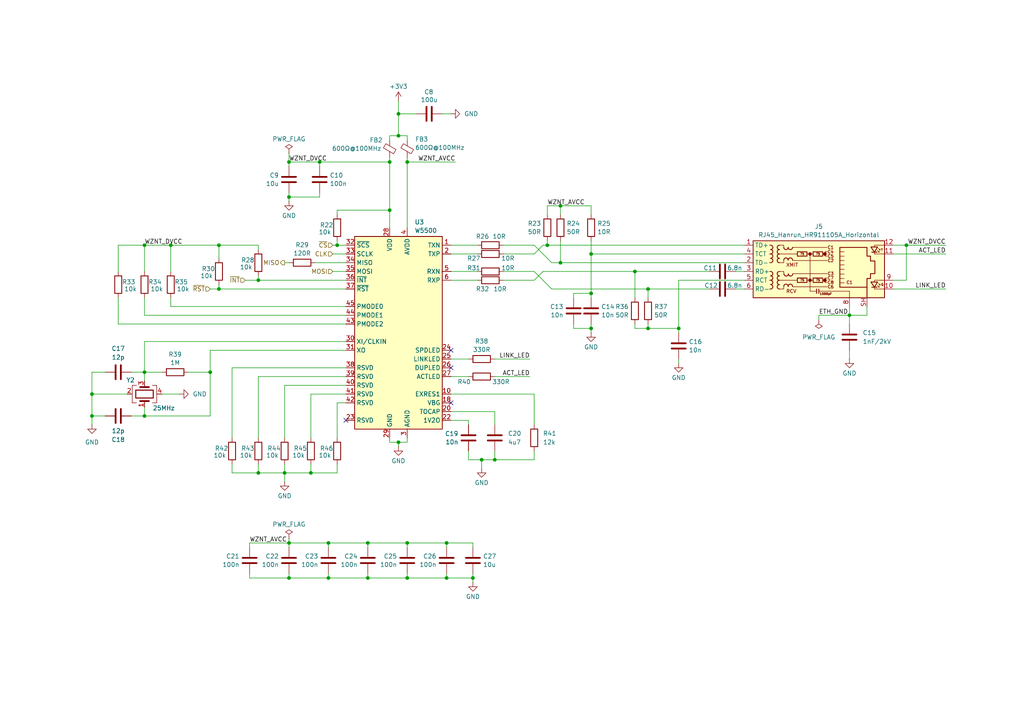
<source format=kicad_sch>
(kicad_sch (version 20250114) (generator "eeschema") (generator_version "9.0")
  (paper "A4")
  (title_block (title "NPR - Ethernet") (date "2025-06-13") (rev "B") (company "µArt.cz") (comment 1 "Vlastimil Slinták (OK5VAS)"))
  (lib_symbols
    (symbol "Connector:RJ45_Hanrun_HR911105A_Horizontal"
      (property "Reference" "J" (at 18.415 10.16 0))
      (property "Value" "RJ45_Hanrun_HR911105A_Horizontal" (at -19.05 10.16 0))
      (symbol "RJ45_Hanrun_HR911105A_Horizontal_0_0"
        (circle (center -1.27 5.08) (radius 0.0001) (stroke (width 0.508)))
        (polyline (pts (xy -1.27 5.08) (xy -1.27 -5.715)))
        (circle (center -1.27 -2.54) (radius 0.0001) (stroke (width 0.508)))
        (polyline (pts (xy 0.635 -5.08) (xy 0.635 -6.35)) (stroke (width 0.254)))
        (polyline (pts (xy 1.27 -5.08) (xy 1.27 -6.35)) (stroke (width 0.254)))
        (polyline (pts (xy 3.048 5.08) (xy 2.54 5.08)))
        (circle (center 3.048 5.08) (radius 0.0001) (stroke (width 0.508)))
        (polyline (pts (xy 3.048 -2.54) (xy 2.54 -2.54)))
        (circle (center 3.048 -2.54) (radius 0.0001) (stroke (width 0.508)))
        (polyline (pts (xy 3.683 5.715) (xy 3.048 5.715) (xy 3.048 4.445) (xy 3.683 4.445)))
        (polyline (pts (xy 3.683 -1.905) (xy 3.048 -1.905) (xy 3.048 -3.175) (xy 3.683 -3.175)))
        (polyline (pts (xy 17.399 7.112) (xy 17.399 7.62) (xy 20.32 7.62)))
        (polyline (pts (xy 17.399 -3.048) (xy 17.399 -2.54) (xy 20.32 -2.54)))
        (polyline (pts (xy 20.32 5.08) (xy 17.399 5.08) (xy 17.399 5.588)))
        (polyline (pts (xy 20.32 -5.08) (xy 17.399 -5.08) (xy 17.399 -4.572)))
        (text "XMIT" (at -8.255 1.905 0) (effects (font (size 1.016 1.016)) (justify left)))
        (text "RCV" (at -8.255 -5.715 0) (effects (font (size 1.016 1.016)) (justify left)))
        (text "C1" (at 4.699 6.985 0) (effects (font (size 0.889 0.889))))
        (text "C4" (at 4.699 5.715 0) (effects (font (size 0.889 0.889))))
        (text "C5" (at 4.699 4.445 0) (effects (font (size 0.889 0.889))))
        (text "C2" (at 4.699 3.175 0) (effects (font (size 0.889 0.889))))
        (text "C3" (at 4.699 -0.635 0) (effects (font (size 0.889 0.889))))
        (text "C7" (at 4.699 -1.905 0) (effects (font (size 0.889 0.889))))
        (text "C8" (at 4.699 -3.175 0) (effects (font (size 0.889 0.889))))
        (text "C6" (at 4.699 -4.445 0) (effects (font (size 0.889 0.889))))
        (text "C1" (at 10.16 -3.175 0) (effects (font (size 0.889 0.889))))
      )
      (symbol "RJ45_Hanrun_HR911105A_Horizontal_0_1"
        (rectangle (start -17.78 8.89) (end 20.32 -7.62) (stroke (width 0.254)) (fill (type background)))
        (polyline (pts (xy -12.7 7.62) (xy -13.081 7.62)))
        (polyline (pts (xy -12.7 5.08) (xy -13.081 5.08)))
        (polyline (pts (xy -12.7 2.54) (xy -13.081 2.54)))
        (polyline (pts (xy -12.7 0) (xy -13.081 0)))
        (polyline (pts (xy -12.7 -2.54) (xy -13.081 -2.54)))
        (polyline (pts (xy -12.7 -5.08) (xy -13.081 -5.08)))
        (polyline (pts (xy -10.16 7.62) (xy -8.89 7.62) (xy -8.89 6.985)))
        (polyline (pts (xy -10.16 0) (xy -8.89 0) (xy -8.89 -0.635)))
        (polyline (pts (xy -8.89 3.175) (xy -8.89 2.54) (xy -10.16 2.54)))
        (polyline (pts (xy -8.89 -4.445) (xy -8.89 -5.08) (xy -10.16 -5.08)))
        (polyline (pts (xy -6.35 6.985) (xy 3.683 6.985)))
        (polyline (pts (xy -6.35 3.175) (xy 3.683 3.175)))
        (polyline (pts (xy -6.35 -4.445) (xy 3.683 -4.445)))
        (polyline (pts (xy -6.223 -0.635) (xy 3.683 -0.635)))
        (polyline (pts (xy -5.08 -2.54) (xy -10.16 -2.54)))
        (polyline (pts (xy -4.953 5.08) (xy -10.16 5.08)))
        (polyline (pts (xy -2.159 5.08) (xy -0.381 5.08)))
        (polyline (pts (xy -2.159 -2.54) (xy -0.381 -2.54)))
        (polyline (pts (xy 0.635 -5.715) (xy -1.27 -5.715)))
        (polyline (pts (xy 7.366 3.175) (xy 8.636 3.175)))
        (polyline (pts (xy 7.366 1.905) (xy 8.636 1.905)))
        (polyline (pts (xy 7.366 0.635) (xy 8.636 0.635)))
        (polyline (pts (xy 7.366 -0.762) (xy 8.636 -0.762)))
        (polyline (pts (xy 7.366 -2.032) (xy 8.636 -2.032)))
        (polyline (pts (xy 8.636 5.715) (xy 7.366 5.715)))
        (polyline (pts (xy 8.636 4.445) (xy 7.366 4.445)))
        (polyline (pts (xy 8.636 -3.302) (xy 7.366 -3.302)))
        (polyline (pts (xy 10.16 -5.715) (xy 1.27 -5.715)))
        (polyline (pts (xy 10.16 -5.715) (xy 10.16 -7.62)))
      )
      (symbol "RJ45_Hanrun_HR911105A_Horizontal_1_0"
        (text "1000pF" (at 3.302 -6.477 0) (effects (font (size 0.635 0.635))))
      )
      (symbol "RJ45_Hanrun_HR911105A_Horizontal_1_1"
        (arc (start -12.7 0) (mid -12.0677 -0.635) (end -12.7 -1.27) (stroke (width 0.254)))
        (arc (start -12.6973 7.62) (mid -12.065 6.985) (end -12.6973 6.35) (stroke (width 0.254)))
        (arc (start -12.6973 -1.27) (mid -12.065 -1.905) (end -12.6973 -2.54) (stroke (width 0.254)))
        (arc (start -12.6973 -2.54) (mid -12.065 -3.175) (end -12.6973 -3.81) (stroke (width 0.254)))
        (arc (start -12.6973 -3.81) (mid -12.065 -4.445) (end -12.6973 -5.08) (stroke (width 0.254)))
        (arc (start -12.6946 6.35) (mid -12.0623 5.715) (end -12.6946 5.08) (stroke (width 0.254)))
        (arc (start -12.6946 5.08) (mid -12.0623 4.445) (end -12.6946 3.81) (stroke (width 0.254)))
        (arc (start -12.6946 3.81) (mid -12.0623 3.175) (end -12.6946 2.54) (stroke (width 0.254)))
        (arc (start -10.1654 6.35) (mid -10.7977 6.985) (end -10.1654 7.62) (stroke (width 0.254)))
        (arc (start -10.1654 5.08) (mid -10.7977 5.715) (end -10.1654 6.35) (stroke (width 0.254)))
        (arc (start -10.1654 3.81) (mid -10.7977 4.445) (end -10.1654 5.08) (stroke (width 0.254)))
        (arc (start -10.1654 -1.27) (mid -10.7977 -0.635) (end -10.1654 0) (stroke (width 0.254)))
        (arc (start -10.1654 -2.54) (mid -10.7977 -1.905) (end -10.1654 -1.27) (stroke (width 0.254)))
        (arc (start -10.1654 -3.81) (mid -10.7977 -3.175) (end -10.1654 -2.54) (stroke (width 0.254)))
        (arc (start -10.1627 2.54) (mid -10.795 3.175) (end -10.1627 3.81) (stroke (width 0.254)))
        (arc (start -10.1627 -5.08) (mid -10.795 -4.445) (end -10.1627 -3.81) (stroke (width 0.254)))
        (arc (start -7.62 6.9823) (mid -8.255 6.35) (end -8.89 6.9823) (stroke (width 0.254)))
        (arc (start -8.89 3.3047) (mid -8.255 3.937) (end -7.62 3.3047) (stroke (width 0.254)))
        (arc (start -8.89 -4.3153) (mid -8.255 -3.683) (end -7.62 -4.3153) (stroke (width 0.254)))
        (arc (start -7.5565 -0.7012) (mid -8.1915 -1.3335) (end -8.8265 -0.7012) (stroke (width 0.254)))
        (arc (start -6.35 6.985) (mid -6.985 6.3527) (end -7.62 6.985) (stroke (width 0.254)))
        (arc (start -7.62 3.3074) (mid -6.985 3.9397) (end -6.35 3.3074) (stroke (width 0.254)))
        (arc (start -7.62 -4.3126) (mid -6.985 -3.6803) (end -6.35 -4.3126) (stroke (width 0.254)))
        (arc (start -6.2865 -0.6985) (mid -6.9215 -1.3308) (end -7.5565 -0.6985) (stroke (width 0.254)))
        (rectangle (start -4.953 5.715) (end -2.159 4.445) (stroke (width 0.254)))
        (rectangle (start -4.953 -1.905) (end -2.159 -3.175) (stroke (width 0.254)))
        (rectangle (start -0.381 5.715) (end 2.413 4.445) (stroke (width 0.254)))
        (rectangle (start -0.381 -1.905) (end 2.413 -3.175) (stroke (width 0.254)))
        (polyline (pts (xy 7.366 -4.572) (xy 7.366 6.985) (xy 15.24 6.985) (xy 15.24 4.445) (xy 16.256 4.445) (xy 16.256 3.048) (xy 17.526 3.048) (xy 17.526 -0.635) (xy 16.256 -0.635) (xy 16.256 -2.032) (xy 15.24 -2.032) (xy 15.24 -4.572) (xy 7.366 -4.572)) (stroke (width 0.254)))
        (polyline (pts (xy 15.24 -7.62) (xy 15.24 -4.572)) (stroke (width 0.254)))
        (polyline (pts (xy 18.161 5.588) (xy 16.637 5.588)) (stroke (width 0.254)))
        (polyline (pts (xy 18.161 -4.572) (xy 16.637 -4.572)) (stroke (width 0.254)))
        (polyline (pts (xy 18.288 7.112) (xy 16.383 7.112) (xy 17.399 5.588) (xy 18.288 7.112)) (stroke (width 0.254)))
        (polyline (pts (xy 18.288 6.096) (xy 18.796 5.588) (xy 18.542 5.588)))
        (polyline (pts (xy 18.288 -3.048) (xy 16.383 -3.048) (xy 17.399 -4.572) (xy 18.288 -3.048)) (stroke (width 0.254)))
        (polyline (pts (xy 18.288 -4.064) (xy 18.796 -4.572) (xy 18.542 -4.572)))
        (polyline (pts (xy 18.542 6.731) (xy 19.05 6.223) (xy 18.796 6.223)))
        (polyline (pts (xy 18.542 -3.429) (xy 19.05 -3.937) (xy 18.796 -3.937)))
        (polyline (pts (xy 18.796 5.588) (xy 18.796 5.842)))
        (polyline (pts (xy 18.796 -4.572) (xy 18.796 -4.318)))
        (polyline (pts (xy 19.05 6.223) (xy 19.05 6.477)))
        (polyline (pts (xy 19.05 -3.937) (xy 19.05 -3.683)))
        (text "75" (at -3.556 5.08 0) (effects (font (size 0.635 0.635))))
        (text "75" (at -3.556 -2.54 0) (effects (font (size 0.635 0.635))))
        (text "75" (at 1.016 5.08 0) (effects (font (size 0.635 0.635))))
        (text "75" (at 1.016 -2.54 0) (effects (font (size 0.635 0.635))))
        (text "Y" (at 19.558 6.35 0) (effects (font (size 0.635 0.635))))
        (text "G" (at 19.685 -3.81 0) (effects (font (size 0.635 0.635))))
        (pin passive line (at -20.32 7.62 0) (length 2.54) (name "TD+") (number "1"))
        (pin passive line (at -20.32 5.08 0) (length 2.54) (name "TCT") (number "4"))
        (pin passive line (at -20.32 2.54 0) (length 2.54) (name "TD-") (number "2"))
        (pin passive line (at -20.32 0 0) (length 2.54) (name "RD+") (number "3"))
        (pin passive line (at -20.32 -2.54 0) (length 2.54) (name "RCT") (number "5"))
        (pin passive line (at -20.32 -5.08 0) (length 2.54) (name "RD-") (number "6"))
        (pin power_in line (at 10.16 -10.16 90) (length 2.54) (name "") (number "8"))
        (pin passive line (at 15.24 -10.16 90) (length 2.54) (name "") (number "SH"))
        (pin no_connect line (at 20.32 0 0) (length 0) (hide yes) (name "NC") (number "7"))
        (pin passive line (at 22.86 7.62 180) (length 2.54) (name "") (number "12"))
        (pin passive line (at 22.86 5.08 180) (length 2.54) (name "") (number "11"))
        (pin passive line (at 22.86 -2.54 180) (length 2.54) (name "") (number "9"))
        (pin passive line (at 22.86 -5.08 180) (length 2.54) (name "") (number "10"))
      )
    )
    (symbol "Device:C" (pin_numbers (hide yes)) (pin_names (offset 0.254))
      (property "Reference" "C" (at 0.635 2.54 0))
      (property "Value" "C" (at 0.635 -2.54 0))
      (symbol "C_0_1"
        (polyline (pts (xy -2.032 0.762) (xy 2.032 0.762)) (stroke (width 0.508)))
        (polyline (pts (xy -2.032 -0.762) (xy 2.032 -0.762)) (stroke (width 0.508)))
      )
      (symbol "C_1_1"
        (pin passive line (at 0 3.81 270) (length 2.794) (name "~") (number "1"))
        (pin passive line (at 0 -3.81 90) (length 2.794) (name "~") (number "2"))
      )
    )
    (symbol "Device:Crystal_GND24" (pin_names (offset 1.016) (hide yes))
      (property "Reference" "Y" (at 3.175 5.08 0))
      (property "Value" "Crystal_GND24" (at 3.175 3.175 0))
      (symbol "Crystal_GND24_0_1"
        (polyline (pts (xy -2.54 2.286) (xy -2.54 3.556) (xy 2.54 3.556) (xy 2.54 2.286)))
        (polyline (pts (xy -2.54 0) (xy -2.032 0)))
        (polyline (pts (xy -2.54 -2.286) (xy -2.54 -3.556) (xy 2.54 -3.556) (xy 2.54 -2.286)))
        (polyline (pts (xy -2.032 -1.27) (xy -2.032 1.27)) (stroke (width 0.508)))
        (rectangle (start -1.143 2.54) (end 1.143 -2.54) (stroke (width 0.3048)))
        (polyline (pts (xy 0 3.556) (xy 0 3.81)))
        (polyline (pts (xy 0 -3.81) (xy 0 -3.556)))
        (polyline (pts (xy 2.032 0) (xy 2.54 0)))
        (polyline (pts (xy 2.032 -1.27) (xy 2.032 1.27)) (stroke (width 0.508)))
      )
      (symbol "Crystal_GND24_1_1"
        (pin passive line (at -3.81 0 0) (length 1.27) (name "1") (number "1"))
        (pin passive line (at 0 5.08 270) (length 1.27) (name "2") (number "2"))
        (pin passive line (at 0 -5.08 90) (length 1.27) (name "4") (number "4"))
        (pin passive line (at 3.81 0 180) (length 1.27) (name "3") (number "3"))
      )
    )
    (symbol "Device:FerriteBead_Small" (pin_numbers (hide yes)) (pin_names (offset 0))
      (property "Reference" "FB" (at 1.905 1.27 0))
      (property "Value" "FerriteBead_Small" (at 1.905 -1.27 0))
      (symbol "FerriteBead_Small_0_1"
        (polyline (pts (xy -1.8288 0.2794) (xy -1.1176 1.4986) (xy 1.8288 -0.2032) (xy 1.1176 -1.4224) (xy -1.8288 0.2794)))
        (polyline (pts (xy 0 0.889) (xy 0 1.2954)))
        (polyline (pts (xy 0 -1.27) (xy 0 -0.7874)))
      )
      (symbol "FerriteBead_Small_1_1"
        (pin passive line (at 0 2.54 270) (length 1.27) (name "~") (number "1"))
        (pin passive line (at 0 -2.54 90) (length 1.27) (name "~") (number "2"))
      )
    )
    (symbol "Device:R" (pin_numbers (hide yes)) (pin_names (offset 0))
      (property "Reference" "R" (at 2.032 0 90))
      (property "Value" "R" (at 0 0 90))
      (symbol "R_0_1"
        (rectangle (start -1.016 -2.54) (end 1.016 2.54) (stroke (width 0.254)))
      )
      (symbol "R_1_1"
        (pin passive line (at 0 3.81 270) (length 1.27) (name "~") (number "1"))
        (pin passive line (at 0 -3.81 90) (length 1.27) (name "~") (number "2"))
      )
    )
    (symbol "Interface_Ethernet:W5500"
      (property "Reference" "U" (at -11.43 29.21 0))
      (property "Value" "W5500" (at 8.89 29.21 0))
      (symbol "W5500_0_1"
        (rectangle (start -12.7 27.94) (end 12.7 -27.94) (stroke (width 0.254)) (fill (type background)))
      )
      (symbol "W5500_1_1"
        (pin input line (at -15.24 25.4 0) (length 2.54) (name "~{SCS}") (number "32"))
        (pin input line (at -15.24 22.86 0) (length 2.54) (name "SCLK") (number "33"))
        (pin output line (at -15.24 20.32 0) (length 2.54) (name "MISO") (number "34"))
        (pin input line (at -15.24 17.78 0) (length 2.54) (name "MOSI") (number "35"))
        (pin input line (at -15.24 15.24 0) (length 2.54) (name "~{INT}") (number "36"))
        (pin input line (at -15.24 12.7 0) (length 2.54) (name "~{RST}") (number "37"))
        (pin input line (at -15.24 7.62 0) (length 2.54) (name "PMODE0") (number "45"))
        (pin input line (at -15.24 5.08 0) (length 2.54) (name "PMODE1") (number "44"))
        (pin input line (at -15.24 2.54 0) (length 2.54) (name "PMODE2") (number "43"))
        (pin input line (at -15.24 -2.54 0) (length 2.54) (name "XI/CLKIN") (number "30"))
        (pin output line (at -15.24 -5.08 0) (length 2.54) (name "XO") (number "31"))
        (pin input line (at -15.24 -10.16 0) (length 2.54) (name "RSVD") (number "38"))
        (pin input line (at -15.24 -12.7 0) (length 2.54) (name "RSVD") (number "39"))
        (pin input line (at -15.24 -15.24 0) (length 2.54) (name "RSVD") (number "40"))
        (pin input line (at -15.24 -17.78 0) (length 2.54) (name "RSVD") (number "41"))
        (pin input line (at -15.24 -20.32 0) (length 2.54) (name "RSVD") (number "42"))
        (pin input line (at -15.24 -25.4 0) (length 2.54) (name "RSVD") (number "23"))
        (pin power_in line (at -2.54 30.48 270) (length 2.54) (name "VDD") (number "28"))
        (pin power_in line (at -2.54 -30.48 90) (length 2.54) (name "GND") (number "29"))
        (pin passive line (at 2.54 30.48 270) (length 2.54) (hide yes) (name "AVDD") (number "11"))
        (pin passive line (at 2.54 30.48 270) (length 2.54) (hide yes) (name "AVDD") (number "15"))
        (pin passive line (at 2.54 30.48 270) (length 2.54) (hide yes) (name "AVDD") (number "17"))
        (pin passive line (at 2.54 30.48 270) (length 2.54) (hide yes) (name "AVDD") (number "21"))
        (pin power_in line (at 2.54 30.48 270) (length 2.54) (name "AVDD") (number "4"))
        (pin passive line (at 2.54 30.48 270) (length 2.54) (hide yes) (name "AVDD") (number "8"))
        (pin passive line (at 2.54 -30.48 90) (length 2.54) (hide yes) (name "AGND") (number "14"))
        (pin passive line (at 2.54 -30.48 90) (length 2.54) (hide yes) (name "AGND") (number "16"))
        (pin passive line (at 2.54 -30.48 90) (length 2.54) (hide yes) (name "AGND") (number "19"))
        (pin power_in line (at 2.54 -30.48 90) (length 2.54) (name "AGND") (number "3"))
        (pin passive line (at 2.54 -30.48 90) (length 2.54) (hide yes) (name "AGND") (number "48"))
        (pin passive line (at 2.54 -30.48 90) (length 2.54) (hide yes) (name "AGND") (number "9"))
        (pin no_connect line (at 12.7 10.16 180) (length 2.54) (hide yes) (name "DNC") (number "7"))
        (pin no_connect line (at 12.7 7.62 180) (length 2.54) (hide yes) (name "NC") (number "12"))
        (pin no_connect line (at 12.7 5.08 180) (length 2.54) (hide yes) (name "NC") (number "13"))
        (pin no_connect line (at 12.7 2.54 180) (length 2.54) (hide yes) (name "NC") (number "46"))
        (pin no_connect line (at 12.7 0 180) (length 2.54) (hide yes) (name "NC") (number "47"))
        (pin output line (at 15.24 25.4 180) (length 2.54) (name "TXN") (number "1"))
        (pin output line (at 15.24 22.86 180) (length 2.54) (name "TXP") (number "2"))
        (pin input line (at 15.24 17.78 180) (length 2.54) (name "RXN") (number "5"))
        (pin input line (at 15.24 15.24 180) (length 2.54) (name "RXP") (number "6"))
        (pin output line (at 15.24 -5.08 180) (length 2.54) (name "SPDLED") (number "24"))
        (pin output line (at 15.24 -7.62 180) (length 2.54) (name "LINKLED") (number "25"))
        (pin output line (at 15.24 -10.16 180) (length 2.54) (name "DUPLED") (number "26"))
        (pin output line (at 15.24 -12.7 180) (length 2.54) (name "ACTLED") (number "27"))
        (pin passive line (at 15.24 -17.78 180) (length 2.54) (name "EXRES1") (number "10"))
        (pin passive line (at 15.24 -20.32 180) (length 2.54) (name "VBG") (number "18"))
        (pin passive line (at 15.24 -22.86 180) (length 2.54) (name "TOCAP") (number "20"))
        (pin output line (at 15.24 -25.4 180) (length 2.54) (name "1V2O") (number "22"))
      )
    )
    (symbol "power:+3V3" (power) (pin_numbers (hide yes)) (pin_names (offset 0) (hide yes))
      (property "Value" "+3V3" (at 0 3.556 0))
      (symbol "+3V3_0_1"
        (polyline (pts (xy -0.762 1.27) (xy 0 2.54)))
        (polyline (pts (xy 0 2.54) (xy 0.762 1.27)))
        (polyline (pts (xy 0 0) (xy 0 2.54)))
      )
      (symbol "+3V3_1_1"
        (pin power_in line (at 0 0 90) (length 0) (name "~") (number "1"))
      )
    )
    (symbol "power:GND" (power) (pin_numbers (hide yes)) (pin_names (offset 0) (hide yes))
      (property "Value" "GND" (at 0 -3.81 0))
      (symbol "GND_0_1"
        (polyline (pts (xy 0 0) (xy 0 -1.27) (xy 1.27 -1.27) (xy 0 -2.54) (xy -1.27 -1.27) (xy 0 -1.27)))
      )
      (symbol "GND_1_1"
        (pin power_in line (at 0 0 270) (length 0) (name "~") (number "1"))
      )
    )
    (symbol "power:PWR_FLAG" (power) (pin_numbers (hide yes)) (pin_names (offset 0) (hide yes))
      (property "Value" "PWR_FLAG" (at 0 3.81 0))
      (symbol "PWR_FLAG_0_0"
        (pin power_out line (at 0 0 90) (length 0) (name "~") (number "1"))
      )
      (symbol "PWR_FLAG_0_1"
        (polyline (pts (xy 0 0) (xy 0 1.27) (xy -1.016 1.905) (xy 0 2.54) (xy 1.016 1.905) (xy 0 1.27)))
      )
    )
  )
  (junction (at 184.15 78.74))
  (junction (at 162.56 59.69))
  (junction (at 171.45 95.25))
  (junction (at 187.96 95.25))
  (junction (at 246.38 91.44))
  (junction (at 92.71 46.99))
  (junction (at 83.82 157.48))
  (junction (at 97.79 71.12))
  (junction (at 143.51 133.35))
  (junction (at 118.11 46.99))
  (junction (at 49.53 71.12))
  (junction (at 115.57 39.37))
  (junction (at 95.25 167.64))
  (junction (at 26.67 114.3))
  (junction (at 262.89 71.12))
  (junction (at 74.93 81.28))
  (junction (at 137.16 167.64))
  (junction (at 82.55 137.16))
  (junction (at 171.45 73.66))
  (junction (at 41.91 120.65))
  (junction (at 41.91 107.95))
  (junction (at 60.96 107.95))
  (junction (at 83.82 46.99))
  (junction (at 129.54 167.64))
  (junction (at 158.75 71.12))
  (junction (at 83.82 57.15))
  (junction (at 118.11 157.48))
  (junction (at 113.03 60.96))
  (junction (at 115.57 128.27))
  (junction (at 129.54 157.48))
  (junction (at 63.5 71.12))
  (junction (at 63.5 83.82))
  (junction (at 106.68 167.64))
  (junction (at 171.45 85.09))
  (junction (at 187.96 83.82))
  (junction (at 95.25 157.48))
  (junction (at 118.11 167.64))
  (junction (at 74.93 137.16))
  (junction (at 41.91 71.12))
  (junction (at 196.85 95.25))
  (junction (at 139.7 133.35))
  (junction (at 90.17 137.16))
  (junction (at 26.67 120.65))
  (junction (at 162.56 76.2))
  (junction (at 115.57 33.02))
  (junction (at 83.82 167.64))
  (junction (at 113.03 46.99))
  (junction (at 106.68 157.48))
  (no_connect (at 130.81 116.84))
  (no_connect (at 130.81 106.68))
  (no_connect (at 130.81 101.6))
  (no_connect (at 100.33 121.92))
  (wire (pts (xy 113.03 46.99) (xy 113.03 60.96)))
  (wire (pts (xy 187.96 93.98) (xy 187.96 95.25)))
  (wire (pts (xy 71.12 81.28) (xy 74.93 81.28)))
  (wire (pts (xy 246.38 91.44) (xy 246.38 93.98)))
  (wire (pts (xy 74.93 109.22) (xy 74.93 127)))
  (wire (pts (xy 118.11 39.37) (xy 115.57 39.37)))
  (wire (pts (xy 41.91 99.06) (xy 41.91 107.95)))
  (wire (pts (xy 129.54 167.64) (xy 118.11 167.64)))
  (wire (pts (xy 90.17 134.62) (xy 90.17 137.16)))
  (wire (pts (xy 139.7 133.35) (xy 135.89 133.35)))
  (wire (pts (xy 154.94 130.81) (xy 154.94 133.35)))
  (wire (pts (xy 96.52 73.66) (xy 100.33 73.66)))
  (wire (pts (xy 187.96 86.36) (xy 187.96 83.82)))
  (wire (pts (xy 259.08 81.28) (xy 262.89 81.28)))
  (wire (pts (xy 72.39 157.48) (xy 83.82 157.48)))
  (wire (pts (xy 171.45 86.36) (xy 171.45 85.09)))
  (wire (pts (xy 154.94 133.35) (xy 143.51 133.35)))
  (wire (pts (xy 171.45 73.66) (xy 171.45 69.85)))
  (wire (pts (xy 171.45 96.52) (xy 171.45 95.25)))
  (wire (pts (xy 171.45 73.66) (xy 215.9 73.66)))
  (wire (pts (xy 41.91 71.12) (xy 41.91 78.74)))
  (wire (pts (xy 130.81 71.12) (xy 138.43 71.12)))
  (wire (pts (xy 196.85 95.25) (xy 196.85 96.52)))
  (wire (pts (xy 26.67 120.65) (xy 30.48 120.65)))
  (wire (pts (xy 49.53 71.12) (xy 49.53 78.74)))
  (wire (pts (xy 26.67 114.3) (xy 26.67 120.65)))
  (wire (pts (xy 130.81 81.28) (xy 138.43 81.28)))
  (wire (pts (xy 162.56 76.2) (xy 215.9 76.2)))
  (wire (pts (xy 97.79 137.16) (xy 97.79 134.62)))
  (wire (pts (xy 95.25 166.37) (xy 95.25 167.64)))
  (wire (pts (xy 205.74 83.82) (xy 187.96 83.82)))
  (wire (pts (xy 146.05 78.74) (xy 154.94 78.74)))
  (wire (pts (xy 115.57 39.37) (xy 115.57 33.02)))
  (wire (pts (xy 97.79 69.85) (xy 97.79 71.12)))
  (wire (pts (xy 128.27 33.02) (xy 130.81 33.02)))
  (wire (pts (xy 83.82 167.64) (xy 72.39 167.64)))
  (wire (pts (xy 100.33 109.22) (xy 74.93 109.22)))
  (wire (pts (xy 139.7 133.35) (xy 139.7 135.89)))
  (wire (pts (xy 96.52 71.12) (xy 97.79 71.12)))
  (wire (pts (xy 74.93 80.01) (xy 74.93 81.28)))
  (wire (pts (xy 160.02 83.82) (xy 187.96 83.82)))
  (wire (pts (xy 100.33 78.74) (xy 96.52 78.74)))
  (wire (pts (xy 158.75 59.69) (xy 158.75 62.23)))
  (wire (pts (xy 83.82 157.48) (xy 95.25 157.48)))
  (wire (pts (xy 143.51 119.38) (xy 143.51 123.19)))
  (wire (pts (xy 63.5 82.55) (xy 63.5 83.82)))
  (wire (pts (xy 118.11 128.27) (xy 115.57 128.27)))
  (wire (pts (xy 130.81 121.92) (xy 135.89 121.92)))
  (wire (pts (xy 246.38 88.9) (xy 246.38 91.44)))
  (wire (pts (xy 34.29 71.12) (xy 41.91 71.12)))
  (wire (pts (xy 118.11 157.48) (xy 129.54 157.48)))
  (wire (pts (xy 92.71 46.99) (xy 92.71 48.26)))
  (wire (pts (xy 135.89 104.14) (xy 130.81 104.14)))
  (wire (pts (xy 92.71 46.99) (xy 113.03 46.99)))
  (wire (pts (xy 213.36 83.82) (xy 215.9 83.82)))
  (wire (pts (xy 115.57 128.27) (xy 113.03 128.27)))
  (wire (pts (xy 67.31 137.16) (xy 74.93 137.16)))
  (wire (pts (xy 67.31 106.68) (xy 67.31 127)))
  (wire (pts (xy 160.02 76.2) (xy 162.56 76.2)))
  (wire (pts (xy 262.89 71.12) (xy 262.89 81.28)))
  (wire (pts (xy 115.57 33.02) (xy 115.57 29.21)))
  (wire (pts (xy 97.79 116.84) (xy 97.79 127)))
  (wire (pts (xy 100.33 106.68) (xy 67.31 106.68)))
  (wire (pts (xy 246.38 91.44) (xy 237.49 91.44)))
  (wire (pts (xy 49.53 88.9) (xy 49.53 86.36)))
  (wire (pts (xy 54.61 107.95) (xy 60.96 107.95)))
  (wire (pts (xy 97.79 71.12) (xy 100.33 71.12)))
  (wire (pts (xy 91.44 76.2) (xy 100.33 76.2)))
  (wire (pts (xy 196.85 105.41) (xy 196.85 104.14)))
  (wire (pts (xy 82.55 76.2) (xy 83.82 76.2)))
  (wire (pts (xy 60.96 101.6) (xy 100.33 101.6)))
  (wire (pts (xy 143.51 133.35) (xy 139.7 133.35)))
  (wire (pts (xy 196.85 81.28) (xy 215.9 81.28)))
  (wire (pts (xy 34.29 71.12) (xy 34.29 78.74)))
  (wire (pts (xy 262.89 71.12) (xy 259.08 71.12)))
  (wire (pts (xy 213.36 78.74) (xy 215.9 78.74)))
  (wire (pts (xy 60.96 83.82) (xy 63.5 83.82)))
  (wire (pts (xy 137.16 167.64) (xy 137.16 168.91)))
  (wire (pts (xy 82.55 134.62) (xy 82.55 137.16)))
  (wire (pts (xy 184.15 95.25) (xy 187.96 95.25)))
  (wire (pts (xy 74.93 81.28) (xy 100.33 81.28)))
  (wire (pts (xy 82.55 111.76) (xy 82.55 127)))
  (wire (pts (xy 92.71 55.88) (xy 92.71 57.15)))
  (wire (pts (xy 82.55 137.16) (xy 82.55 139.7)))
  (wire (pts (xy 171.45 59.69) (xy 171.45 62.23)))
  (wire (pts (xy 129.54 157.48) (xy 137.16 157.48)))
  (wire (pts (xy 97.79 60.96) (xy 113.03 60.96)))
  (wire (pts (xy 38.1 120.65) (xy 41.91 120.65)))
  (wire (pts (xy 41.91 107.95) (xy 41.91 110.49)))
  (wire (pts (xy 166.37 85.09) (xy 171.45 85.09)))
  (wire (pts (xy 129.54 166.37) (xy 129.54 167.64)))
  (wire (pts (xy 60.96 101.6) (xy 60.96 107.95)))
  (wire (pts (xy 137.16 157.48) (xy 137.16 158.75)))
  (wire (pts (xy 118.11 166.37) (xy 118.11 167.64)))
  (wire (pts (xy 106.68 166.37) (xy 106.68 167.64)))
  (wire (pts (xy 30.48 107.95) (xy 26.67 107.95)))
  (wire (pts (xy 74.93 71.12) (xy 63.5 71.12)))
  (wire (pts (xy 67.31 134.62) (xy 67.31 137.16)))
  (wire (pts (xy 100.33 114.3) (xy 90.17 114.3)))
  (wire (pts (xy 118.11 127) (xy 118.11 128.27)))
  (wire (pts (xy 72.39 167.64) (xy 72.39 166.37)))
  (wire (pts (xy 95.25 167.64) (xy 83.82 167.64)))
  (wire (pts (xy 166.37 95.25) (xy 171.45 95.25)))
  (wire (pts (xy 130.81 78.74) (xy 138.43 78.74)))
  (wire (pts (xy 262.89 71.12) (xy 274.32 71.12)))
  (wire (pts (xy 187.96 95.25) (xy 196.85 95.25)))
  (wire (pts (xy 82.55 137.16) (xy 90.17 137.16)))
  (wire (pts (xy 135.89 130.81) (xy 135.89 133.35)))
  (wire (pts (xy 83.82 157.48) (xy 83.82 158.75)))
  (wire (pts (xy 49.53 88.9) (xy 100.33 88.9)))
  (wire (pts (xy 251.46 88.9) (xy 251.46 91.44)))
  (wire (pts (xy 146.05 73.66) (xy 154.94 73.66)))
  (wire (pts (xy 41.91 91.44) (xy 41.91 86.36)))
  (wire (pts (xy 90.17 114.3) (xy 90.17 127)))
  (wire (pts (xy 41.91 91.44) (xy 100.33 91.44)))
  (wire (pts (xy 184.15 93.98) (xy 184.15 95.25)))
  (wire (pts (xy 41.91 71.12) (xy 49.53 71.12)))
  (wire (pts (xy 154.94 81.28) (xy 157.48 78.74)))
  (wire (pts (xy 74.93 137.16) (xy 82.55 137.16)))
  (wire (pts (xy 118.11 167.64) (xy 106.68 167.64)))
  (wire (pts (xy 26.67 120.65) (xy 26.67 123.19)))
  (wire (pts (xy 100.33 116.84) (xy 97.79 116.84)))
  (wire (pts (xy 171.45 85.09) (xy 171.45 73.66)))
  (wire (pts (xy 162.56 62.23) (xy 162.56 59.69)))
  (wire (pts (xy 83.82 44.45) (xy 83.82 46.99)))
  (wire (pts (xy 100.33 111.76) (xy 82.55 111.76)))
  (wire (pts (xy 74.93 134.62) (xy 74.93 137.16)))
  (wire (pts (xy 135.89 121.92) (xy 135.89 123.19)))
  (wire (pts (xy 146.05 71.12) (xy 154.94 71.12)))
  (wire (pts (xy 166.37 93.98) (xy 166.37 95.25)))
  (wire (pts (xy 205.74 78.74) (xy 184.15 78.74)))
  (wire (pts (xy 106.68 157.48) (xy 118.11 157.48)))
  (wire (pts (xy 106.68 157.48) (xy 106.68 158.75)))
  (wire (pts (xy 83.82 57.15) (xy 83.82 58.42)))
  (wire (pts (xy 158.75 71.12) (xy 215.9 71.12)))
  (wire (pts (xy 34.29 93.98) (xy 34.29 86.36)))
  (wire (pts (xy 166.37 85.09) (xy 166.37 86.36)))
  (wire (pts (xy 129.54 157.48) (xy 129.54 158.75)))
  (wire (pts (xy 143.51 109.22) (xy 153.67 109.22)))
  (wire (pts (xy 83.82 57.15) (xy 92.71 57.15)))
  (wire (pts (xy 158.75 59.69) (xy 162.56 59.69)))
  (wire (pts (xy 113.03 128.27) (xy 113.03 127)))
  (wire (pts (xy 135.89 109.22) (xy 130.81 109.22)))
  (wire (pts (xy 97.79 60.96) (xy 97.79 62.23)))
  (wire (pts (xy 130.81 119.38) (xy 143.51 119.38)))
  (wire (pts (xy 246.38 101.6) (xy 246.38 104.14)))
  (wire (pts (xy 106.68 167.64) (xy 95.25 167.64)))
  (wire (pts (xy 95.25 157.48) (xy 106.68 157.48)))
  (wire (pts (xy 83.82 55.88) (xy 83.82 57.15)))
  (wire (pts (xy 26.67 107.95) (xy 26.67 114.3)))
  (wire (pts (xy 184.15 86.36) (xy 184.15 78.74)))
  (wire (pts (xy 83.82 46.99) (xy 92.71 46.99)))
  (wire (pts (xy 74.93 72.39) (xy 74.93 71.12)))
  (wire (pts (xy 41.91 118.11) (xy 41.91 120.65)))
  (wire (pts (xy 38.1 107.95) (xy 41.91 107.95)))
  (wire (pts (xy 95.25 157.48) (xy 95.25 158.75)))
  (wire (pts (xy 171.45 95.25) (xy 171.45 93.98)))
  (wire (pts (xy 118.11 157.48) (xy 118.11 158.75)))
  (wire (pts (xy 130.81 114.3) (xy 154.94 114.3)))
  (wire (pts (xy 157.48 71.12) (xy 158.75 71.12)))
  (wire (pts (xy 49.53 71.12) (xy 63.5 71.12)))
  (wire (pts (xy 118.11 45.72) (xy 118.11 46.99)))
  (wire (pts (xy 113.03 60.96) (xy 113.03 66.04)))
  (wire (pts (xy 63.5 71.12) (xy 63.5 74.93)))
  (wire (pts (xy 60.96 107.95) (xy 60.96 120.65)))
  (wire (pts (xy 154.94 78.74) (xy 160.02 83.82)))
  (wire (pts (xy 154.94 114.3) (xy 154.94 123.19)))
  (wire (pts (xy 72.39 157.48) (xy 72.39 158.75)))
  (wire (pts (xy 41.91 99.06) (xy 100.33 99.06)))
  (wire (pts (xy 118.11 40.64) (xy 118.11 39.37)))
  (wire (pts (xy 237.49 91.44) (xy 237.49 92.71)))
  (wire (pts (xy 196.85 81.28) (xy 196.85 95.25)))
  (wire (pts (xy 41.91 107.95) (xy 46.99 107.95)))
  (wire (pts (xy 259.08 83.82) (xy 274.32 83.82)))
  (wire (pts (xy 162.56 69.85) (xy 162.56 76.2)))
  (wire (pts (xy 118.11 46.99) (xy 132.08 46.99)))
  (wire (pts (xy 154.94 71.12) (xy 160.02 76.2)))
  (wire (pts (xy 162.56 59.69) (xy 171.45 59.69)))
  (wire (pts (xy 26.67 114.3) (xy 36.83 114.3)))
  (wire (pts (xy 137.16 167.64) (xy 129.54 167.64)))
  (wire (pts (xy 143.51 104.14) (xy 153.67 104.14)))
  (wire (pts (xy 113.03 39.37) (xy 115.57 39.37)))
  (wire (pts (xy 113.03 40.64) (xy 113.03 39.37)))
  (wire (pts (xy 251.46 91.44) (xy 246.38 91.44)))
  (wire (pts (xy 115.57 33.02) (xy 120.65 33.02)))
  (wire (pts (xy 83.82 166.37) (xy 83.82 167.64)))
  (wire (pts (xy 34.29 93.98) (xy 100.33 93.98)))
  (wire (pts (xy 259.08 73.66) (xy 274.32 73.66)))
  (wire (pts (xy 146.05 81.28) (xy 154.94 81.28)))
  (wire (pts (xy 157.48 78.74) (xy 184.15 78.74)))
  (wire (pts (xy 60.96 120.65) (xy 41.91 120.65)))
  (wire (pts (xy 137.16 166.37) (xy 137.16 167.64)))
  (wire (pts (xy 83.82 46.99) (xy 83.82 48.26)))
  (wire (pts (xy 46.99 114.3) (xy 52.07 114.3)))
  (wire (pts (xy 118.11 46.99) (xy 118.11 66.04)))
  (wire (pts (xy 83.82 156.21) (xy 83.82 157.48)))
  (wire (pts (xy 158.75 69.85) (xy 158.75 71.12)))
  (wire (pts (xy 130.81 73.66) (xy 138.43 73.66)))
  (wire (pts (xy 113.03 45.72) (xy 113.03 46.99)))
  (wire (pts (xy 115.57 129.54) (xy 115.57 128.27)))
  (wire (pts (xy 90.17 137.16) (xy 97.79 137.16)))
  (wire (pts (xy 154.94 73.66) (xy 157.48 71.12)))
  (wire (pts (xy 63.5 83.82) (xy 100.33 83.82)))
  (wire (pts (xy 143.51 130.81) (xy 143.51 133.35)))
  (label "ETH_GND" (at 237.49 91.44 0))
  (label "WZNT_AVCC" (at 132.08 46.99 180))
  (label "LINK_LED" (at 274.32 83.82 180))
  (label "WZNT_AVCC" (at 72.39 157.48 0))
  (label "ACT_LED" (at 153.67 109.22 180))
  (label "WZNT_AVCC" (at 158.75 59.69 0))
  (label "LINK_LED" (at 153.67 104.14 180))
  (label "WZNT_DVCC" (at 274.32 71.12 180))
  (label "ACT_LED" (at 274.32 73.66 180))
  (label "WZNT_DVCC" (at 41.91 71.12 0))
  (label "WZNT_DVCC" (at 83.82 46.99 0))
  (hierarchical_label "MOSI" (shape input) (at 96.52 78.74 180))
  (hierarchical_label "MISO" (shape output) (at 82.55 76.2 180))
  (hierarchical_label "CLK" (shape input) (at 96.52 73.66 180))
  (hierarchical_label "~{INT}" (shape input) (at 71.12 81.28 180))
  (hierarchical_label "~{CS}" (shape input) (at 96.52 71.12 180))
  (hierarchical_label "~{RST}" (shape input) (at 60.96 83.82 180))
  (symbol (lib_id "Device:R") (at 74.93 76.2 0) (mirror x) (unit 1)
    (property "Reference" "R28" (at 71.882 75.438 0))
    (property "Value" "10k" (at 71.374 77.47 0))
    (property "Footprint" "Resistor_SMD:R_0402_1005Metric" (effects (hide yes)))
    (property "Description" "Resistor" (effects (hide yes)))
    (property "LCSC" "C25744" (effects (hide yes)))
  )
  (symbol (lib_id "Device:C") (at 72.39 162.56 0) (mirror y) (unit 1)
    (property "Reference" "C21" (at 69.469 161.3478 0) (effects (justify left)))
    (property "Value" "100n" (at 69.469 163.7721 0) (effects (justify left)))
    (property "Footprint" "Capacitor_SMD:C_0402_1005Metric" (effects (hide yes)))
    (property "Description" "Unpolarized capacitor" (effects (hide yes)))
    (property "LCSC" "C1525" (effects (hide yes)))
  )
  (symbol (lib_id "power:GND") (at 130.81 33.02 90) (mirror x) (unit 1)
    (property "Reference" "#PWR021" (effects (hide yes)))
    (property "Value" "GND" (at 134.62 33.0199 90) (effects (justify right)))
    (property "Description" "Power symbol creates a global label with name \"GND\" , ground" (effects (hide yes)))
  )
  (symbol (lib_id "Device:R") (at 187.96 90.17 0) (unit 1)
    (property "Reference" "R37" (at 189.738 88.9578 0) (effects (justify left)))
    (property "Value" "50R" (at 189.738 91.3821 0) (effects (justify left)))
    (property "Footprint" "Resistor_SMD:R_0402_1005Metric" (effects (hide yes)))
    (property "Description" "Resistor" (effects (hide yes)))
    (property "LCSC" "C227387" (effects (hide yes)))
  )
  (symbol (lib_id "Device:R") (at 87.63 76.2 270) (mirror x) (unit 1)
    (property "Reference" "R29" (at 87.63 71.0395 90))
    (property "Value" "120R" (at 87.63 73.4638 90))
    (property "Footprint" "Resistor_SMD:R_0402_1005Metric" (effects (hide yes)))
    (property "Description" "Resistor" (effects (hide yes)))
    (property "LCSC" "C25079" (effects (hide yes)))
  )
  (symbol (lib_id "Device:FerriteBead_Small") (at 113.03 43.18 0) (unit 1)
    (property "Reference" "FB2" (at 107.188 40.64 0) (effects (justify left)))
    (property "Value" "600Ω@100MHz" (at 96.266 43.0643 0) (effects (justify left)))
    (property "Footprint" "Inductor_SMD:L_0603_1608Metric" (effects (hide yes)))
    (property "Description" "Ferrite bead, small symbol" (effects (hide yes)))
    (property "LCSC" "C19330" (effects (hide yes)))
  )
  (symbol (lib_id "Device:C") (at 143.51 127 0) (unit 1)
    (property "Reference" "C20" (at 147.32 125.7299 0) (effects (justify left)))
    (property "Value" "4u7" (at 147.32 128.2699 0) (effects (justify left)))
    (property "Footprint" "Capacitor_SMD:C_0402_1005Metric" (effects (hide yes)))
    (property "Description" "Unpolarized capacitor" (effects (hide yes)))
    (property "LCSC" "C23733" (effects (hide yes)))
  )
  (symbol (lib_id "Device:C") (at 83.82 162.56 0) (mirror y) (unit 1)
    (property "Reference" "C22" (at 80.899 161.3478 0) (effects (justify left)))
    (property "Value" "100n" (at 80.899 163.7721 0) (effects (justify left)))
    (property "Footprint" "Capacitor_SMD:C_0402_1005Metric" (effects (hide yes)))
    (property "Description" "Unpolarized capacitor" (effects (hide yes)))
    (property "LCSC" "C1525" (effects (hide yes)))
  )
  (symbol (lib_id "power:GND") (at 26.67 123.19 0) (unit 1)
    (property "Reference" "#PWR027" (effects (hide yes)))
    (property "Value" "GND" (at 26.67 128.27 0))
    (property "Description" "Power symbol creates a global label with name \"GND\" , ground" (effects (hide yes)))
  )
  (symbol (lib_id "Device:C") (at 166.37 90.17 0) (mirror y) (unit 1)
    (property "Reference" "C13" (at 163.449 88.9578 0) (effects (justify left)))
    (property "Value" "10n" (at 163.449 91.3821 0) (effects (justify left)))
    (property "Footprint" "Capacitor_SMD:C_0402_1005Metric" (effects (hide yes)))
    (property "Description" "Unpolarized capacitor" (effects (hide yes)))
    (property "LCSC" "C318577" (effects (hide yes)))
  )
  (symbol (lib_id "Device:R") (at 90.17 130.81 0) (mirror x) (unit 1)
    (property "Reference" "R45" (at 87.122 130.048 0))
    (property "Value" "10k" (at 86.614 132.08 0))
    (property "Footprint" "Resistor_SMD:R_0402_1005Metric" (effects (hide yes)))
    (property "Description" "Resistor" (effects (hide yes)))
    (property "LCSC" "C25744" (effects (hide yes)))
  )
  (symbol (lib_id "power:+3V3") (at 115.57 29.21 0) (unit 1)
    (property "Reference" "#PWR020" (effects (hide yes)))
    (property "Value" "+3V3" (at 115.57 25.0769 0))
    (property "Description" "Power symbol creates a global label with name \"+3V3\"" (effects (hide yes)))
  )
  (symbol (lib_id "Device:C") (at 209.55 83.82 270) (mirror x) (unit 1)
    (property "Reference" "C12" (at 206.248 82.804 90))
    (property "Value" "6.8n" (at 213.106 82.804 90))
    (property "Footprint" "Capacitor_SMD:C_0402_1005Metric" (effects (hide yes)))
    (property "Description" "Unpolarized capacitor" (effects (hide yes)))
    (property "LCSC" "C93654" (effects (hide yes)))
  )
  (symbol (lib_id "Device:R") (at 154.94 127 0) (unit 1)
    (property "Reference" "R41" (at 157.48 125.7299 0) (effects (justify left)))
    (property "Value" "12k" (at 157.48 128.2699 0) (effects (justify left)))
    (property "Footprint" "Resistor_SMD:R_0402_1005Metric" (effects (hide yes)))
    (property "Description" "Resistor" (effects (hide yes)))
    (property "LCSC" "C25752" (effects (hide yes)))
  )
  (symbol (lib_id "Interface_Ethernet:W5500") (at 115.57 96.52 0) (unit 1)
    (property "Reference" "U3" (at 120.2533 64.4355 0) (effects (justify left)))
    (property "Value" "W5500" (at 120.2533 66.8598 0) (effects (justify left)))
    (property "Footprint" "Package_QFP:LQFP-48_7x7mm_P0.5mm" (effects (hide yes)))
    (property "Datasheet" "http://wizwiki.net/wiki/lib/exe/fetch.php/products:w5500:w5500_ds_v109e.pdf" (effects (hide yes)))
    (property "Description" "10/100Mb SPI Ethernet controller with TCP/IP stack, LQFP-48" (effects (hide yes)))
    (property "LCSC" "C32843" (effects (hide yes)))
  )
  (symbol (lib_id "power:PWR_FLAG") (at 83.82 156.21 0) (unit 1)
    (property "Reference" "#FLG04" (effects (hide yes)))
    (property "Value" "PWR_FLAG" (at 83.82 152.0769 0))
    (property "Description" "Special symbol for telling ERC where power comes from" (effects (hide yes)))
  )
  (symbol (lib_id "power:GND") (at 82.55 139.7 0) (unit 1)
    (property "Reference" "#PWR030" (effects (hide yes)))
    (property "Value" "GND" (at 82.55 143.8331 0))
    (property "Description" "Power symbol creates a global label with name \"GND\" , ground" (effects (hide yes)))
  )
  (symbol (lib_id "Device:R") (at 63.5 78.74 0) (mirror x) (unit 1)
    (property "Reference" "R30" (at 60.452 77.978 0))
    (property "Value" "10k" (at 59.944 80.01 0))
    (property "Footprint" "Resistor_SMD:R_0402_1005Metric" (effects (hide yes)))
    (property "Description" "Resistor" (effects (hide yes)))
    (property "LCSC" "C25744" (effects (hide yes)))
  )
  (symbol (lib_id "power:GND") (at 52.07 114.3 90) (unit 1)
    (property "Reference" "#PWR026" (effects (hide yes)))
    (property "Value" "GND" (at 55.88 114.2999 90) (effects (justify right)))
    (property "Description" "Power symbol creates a global label with name \"GND\" , ground" (effects (hide yes)))
  )
  (symbol (lib_id "power:GND") (at 115.57 129.54 0) (unit 1)
    (property "Reference" "#PWR028" (effects (hide yes)))
    (property "Value" "GND" (at 115.57 133.6731 0))
    (property "Description" "Power symbol creates a global label with name \"GND\" , ground" (effects (hide yes)))
  )
  (symbol (lib_id "Device:R") (at 34.29 82.55 180) (unit 1)
    (property "Reference" "R33" (at 37.338 81.788 0))
    (property "Value" "10k" (at 37.846 83.82 0))
    (property "Footprint" "Resistor_SMD:R_0402_1005Metric" (effects (hide yes)))
    (property "Description" "Resistor" (effects (hide yes)))
    (property "LCSC" "C25744" (effects (hide yes)))
  )
  (symbol (lib_id "Device:R") (at 139.7 104.14 90) (unit 1)
    (property "Reference" "R38" (at 139.7 98.9795 90))
    (property "Value" "330R" (at 139.7 101.4038 90))
    (property "Footprint" "Resistor_SMD:R_0402_1005Metric" (effects (hide yes)))
    (property "Description" "Resistor" (effects (hide yes)))
    (property "LCSC" "C12246" (effects (hide yes)))
  )
  (symbol (lib_id "power:GND") (at 83.82 58.42 0) (mirror y) (unit 1)
    (property "Reference" "#PWR022" (effects (hide yes)))
    (property "Value" "GND" (at 83.82 62.5531 0))
    (property "Description" "Power symbol creates a global label with name \"GND\" , ground" (effects (hide yes)))
  )
  (symbol (lib_id "Device:R") (at 142.24 78.74 270) (unit 1)
    (property "Reference" "R31" (at 137.414 77.724 90))
    (property "Value" "10R" (at 147.32 77.724 90))
    (property "Footprint" "Resistor_SMD:R_0402_1005Metric" (effects (hide yes)))
    (property "Description" "Resistor" (effects (hide yes)))
    (property "LCSC" "C25139" (effects (hide yes)))
  )
  (symbol (lib_id "Device:C") (at 118.11 162.56 0) (mirror y) (unit 1)
    (property "Reference" "C25" (at 115.189 161.3478 0) (effects (justify left)))
    (property "Value" "100n" (at 115.189 163.7721 0) (effects (justify left)))
    (property "Footprint" "Capacitor_SMD:C_0402_1005Metric" (effects (hide yes)))
    (property "Description" "Unpolarized capacitor" (effects (hide yes)))
    (property "LCSC" "C1525" (effects (hide yes)))
  )
  (symbol (lib_id "Device:R") (at 142.24 73.66 270) (mirror x) (unit 1)
    (property "Reference" "R27" (at 137.414 74.93 90))
    (property "Value" "10R" (at 147.32 74.93 90))
    (property "Footprint" "Resistor_SMD:R_0402_1005Metric" (effects (hide yes)))
    (property "Description" "Resistor" (effects (hide yes)))
    (property "LCSC" "C25139" (effects (hide yes)))
  )
  (symbol (lib_id "Device:R") (at 49.53 82.55 180) (unit 1)
    (property "Reference" "R35" (at 52.578 81.788 0))
    (property "Value" "10k" (at 53.086 83.82 0))
    (property "Footprint" "Resistor_SMD:R_0402_1005Metric" (effects (hide yes)))
    (property "Description" "Resistor" (effects (hide yes)))
    (property "LCSC" "C25744" (effects (hide yes)))
  )
  (symbol (lib_id "Device:R") (at 139.7 109.22 90) (mirror x) (unit 1)
    (property "Reference" "R40" (at 134.62 110.744 90))
    (property "Value" "330R" (at 145.288 110.744 90))
    (property "Footprint" "Resistor_SMD:R_0402_1005Metric" (effects (hide yes)))
    (property "Description" "Resistor" (effects (hide yes)))
    (property "LCSC" "C12246" (effects (hide yes)))
  )
  (symbol (lib_id "Device:C") (at 106.68 162.56 0) (mirror y) (unit 1)
    (property "Reference" "C24" (at 103.759 161.3478 0) (effects (justify left)))
    (property "Value" "100n" (at 103.759 163.7721 0) (effects (justify left)))
    (property "Footprint" "Capacitor_SMD:C_0402_1005Metric" (effects (hide yes)))
    (property "Description" "Unpolarized capacitor" (effects (hide yes)))
    (property "LCSC" "C1525" (effects (hide yes)))
  )
  (symbol (lib_id "Device:C") (at 34.29 107.95 270) (mirror x) (unit 1)
    (property "Reference" "C17" (at 34.29 101.092 90))
    (property "Value" "12p" (at 34.29 103.632 90))
    (property "Footprint" "Capacitor_SMD:C_0402_1005Metric" (effects (hide yes)))
    (property "Description" "Unpolarized capacitor" (effects (hide yes)))
    (property "LCSC" "C106201" (effects (hide yes)))
  )
  (symbol (lib_id "power:GND") (at 171.45 96.52 0) (unit 1)
    (property "Reference" "#PWR023" (effects (hide yes)))
    (property "Value" "GND" (at 171.45 100.6531 0))
    (property "Description" "Power symbol creates a global label with name \"GND\" , ground" (effects (hide yes)))
  )
  (symbol (lib_id "Device:R") (at 142.24 71.12 270) (unit 1)
    (property "Reference" "R26" (at 139.954 68.58 90))
    (property "Value" "10R" (at 144.78 68.58 90))
    (property "Footprint" "Resistor_SMD:R_0402_1005Metric" (effects (hide yes)))
    (property "Description" "Resistor" (effects (hide yes)))
    (property "LCSC" "C25139" (effects (hide yes)))
  )
  (symbol (lib_id "Device:C") (at 135.89 127 0) (mirror y) (unit 1)
    (property "Reference" "C19" (at 132.969 125.7878 0) (effects (justify left)))
    (property "Value" "10n" (at 132.969 128.2121 0) (effects (justify left)))
    (property "Footprint" "Capacitor_SMD:C_0402_1005Metric" (effects (hide yes)))
    (property "Description" "Unpolarized capacitor" (effects (hide yes)))
    (property "LCSC" "C318577" (effects (hide yes)))
  )
  (symbol (lib_id "Device:R") (at 158.75 66.04 0) (mirror y) (unit 1)
    (property "Reference" "R23" (at 156.972 64.8278 0) (effects (justify left)))
    (property "Value" "50R" (at 156.972 67.2521 0) (effects (justify left)))
    (property "Footprint" "Resistor_SMD:R_0402_1005Metric" (effects (hide yes)))
    (property "Description" "Resistor" (effects (hide yes)))
    (property "LCSC" "C227387" (effects (hide yes)))
  )
  (symbol (lib_id "Device:C") (at 83.82 52.07 0) (mirror y) (unit 1)
    (property "Reference" "C9" (at 80.899 50.8578 0) (effects (justify left)))
    (property "Value" "10u" (at 80.899 53.2821 0) (effects (justify left)))
    (property "Footprint" "Capacitor_SMD:C_0402_1005Metric" (effects (hide yes)))
    (property "Description" "Unpolarized capacitor" (effects (hide yes)))
    (property "LCSC" "C15525" (effects (hide yes)))
  )
  (symbol (lib_id "Device:FerriteBead_Small") (at 118.11 43.18 0) (unit 1)
    (property "Reference" "FB3" (at 120.396 40.386 0) (effects (justify left)))
    (property "Value" "600Ω@100MHz" (at 120.396 42.8103 0) (effects (justify left)))
    (property "Footprint" "Inductor_SMD:L_0603_1608Metric" (effects (hide yes)))
    (property "Description" "Ferrite bead, small symbol" (effects (hide yes)))
    (property "LCSC" "C19330" (effects (hide yes)))
  )
  (symbol (lib_id "Device:R") (at 162.56 66.04 0) (unit 1)
    (property "Reference" "R24" (at 164.338 64.8278 0) (effects (justify left)))
    (property "Value" "50R" (at 164.338 67.2521 0) (effects (justify left)))
    (property "Footprint" "Resistor_SMD:R_0402_1005Metric" (effects (hide yes)))
    (property "Description" "Resistor" (effects (hide yes)))
    (property "LCSC" "C227387" (effects (hide yes)))
  )
  (symbol (lib_id "power:PWR_FLAG") (at 237.49 92.71 180) (unit 1)
    (property "Reference" "#FLG03" (effects (hide yes)))
    (property "Value" "PWR_FLAG" (at 237.49 97.79 0))
    (property "Description" "Special symbol for telling ERC where power comes from" (effects (hide yes)))
  )
  (symbol (lib_id "Device:Crystal_GND24") (at 41.91 114.3 90) (unit 1)
    (property "Reference" "Y2" (at 37.846 110.236 90))
    (property "Value" "25MHz" (at 47.498 118.364 90))
    (property "Footprint" "Crystal:Crystal_SMD_3225-4Pin_3.2x2.5mm" (effects (hide yes)))
    (property "Description" "Four pin crystal, GND on pins 2 and 4" (effects (hide yes)))
    (property "LCSC" "C9006" (effects (hide yes)))
  )
  (symbol (lib_id "power:GND") (at 139.7 135.89 0) (unit 1)
    (property "Reference" "#PWR029" (effects (hide yes)))
    (property "Value" "GND" (at 139.7 140.0231 0))
    (property "Description" "Power symbol creates a global label with name \"GND\" , ground" (effects (hide yes)))
  )
  (symbol (lib_id "Device:C") (at 92.71 52.07 0) (unit 1)
    (property "Reference" "C10" (at 95.631 50.8578 0) (effects (justify left)))
    (property "Value" "100n" (at 95.631 53.2821 0) (effects (justify left)))
    (property "Footprint" "Capacitor_SMD:C_0402_1005Metric" (effects (hide yes)))
    (property "Description" "Unpolarized capacitor" (effects (hide yes)))
    (property "LCSC" "C1525" (effects (hide yes)))
  )
  (symbol (lib_id "Device:R") (at 171.45 66.04 0) (unit 1)
    (property "Reference" "R25" (at 173.228 64.8278 0) (effects (justify left)))
    (property "Value" "10R" (at 173.228 67.2521 0) (effects (justify left)))
    (property "Footprint" "Resistor_SMD:R_0402_1005Metric" (effects (hide yes)))
    (property "Description" "Resistor" (effects (hide yes)))
    (property "LCSC" "C25139" (effects (hide yes)))
  )
  (symbol (lib_id "Connector:RJ45_Hanrun_HR911105A_Horizontal") (at 236.22 78.74 0) (unit 1)
    (property "Reference" "J5" (at 237.49 65.7055 0))
    (property "Value" "RJ45_Hanrun_HR911105A_Horizontal" (at 237.49 68.1298 0))
    (property "Footprint" "Connector_RJ:RJ45_Hanrun_HR911105A_Horizontal" (effects (hide yes)))
    (property "Datasheet" "https://datasheet.lcsc.com/lcsc/1811141815_HANRUN-Zhongshan-HanRun-Elec-HR911105A_C12074.pdf" (effects (hide yes)))
    (property "Description" "1 Port RJ45 Magjack Connector Through Hole 10/100 Base-T, AutoMDIX" (effects (hide yes)))
    (property "LCSC" "C12074" (effects (hide yes)))
  )
  (symbol (lib_id "Device:R") (at 74.93 130.81 0) (mirror x) (unit 1)
    (property "Reference" "R43" (at 71.882 130.048 0))
    (property "Value" "10k" (at 71.374 132.08 0))
    (property "Footprint" "Resistor_SMD:R_0402_1005Metric" (effects (hide yes)))
    (property "Description" "Resistor" (effects (hide yes)))
    (property "LCSC" "C25744" (effects (hide yes)))
  )
  (symbol (lib_id "Device:R") (at 97.79 130.81 0) (mirror x) (unit 1)
    (property "Reference" "R46" (at 94.742 130.048 0))
    (property "Value" "10k" (at 94.234 132.08 0))
    (property "Footprint" "Resistor_SMD:R_0402_1005Metric" (effects (hide yes)))
    (property "Description" "Resistor" (effects (hide yes)))
    (property "LCSC" "C25744" (effects (hide yes)))
  )
  (symbol (lib_id "Device:C") (at 209.55 78.74 270) (mirror x) (unit 1)
    (property "Reference" "C11" (at 205.994 77.724 90))
    (property "Value" "6.8n" (at 213.106 77.724 90))
    (property "Footprint" "Capacitor_SMD:C_0402_1005Metric" (effects (hide yes)))
    (property "Description" "Unpolarized capacitor" (effects (hide yes)))
    (property "LCSC" "C93654" (effects (hide yes)))
  )
  (symbol (lib_id "Device:C") (at 95.25 162.56 0) (mirror y) (unit 1)
    (property "Reference" "C23" (at 92.329 161.3478 0) (effects (justify left)))
    (property "Value" "100n" (at 92.329 163.7721 0) (effects (justify left)))
    (property "Footprint" "Capacitor_SMD:C_0402_1005Metric" (effects (hide yes)))
    (property "Description" "Unpolarized capacitor" (effects (hide yes)))
    (property "LCSC" "C1525" (effects (hide yes)))
  )
  (symbol (lib_id "Device:R") (at 142.24 81.28 270) (mirror x) (unit 1)
    (property "Reference" "R32" (at 139.954 83.82 90))
    (property "Value" "10R" (at 145.034 83.82 90))
    (property "Footprint" "Resistor_SMD:R_0402_1005Metric" (effects (hide yes)))
    (property "Description" "Resistor" (effects (hide yes)))
    (property "LCSC" "C25139" (effects (hide yes)))
  )
  (symbol (lib_id "Device:R") (at 82.55 130.81 0) (mirror x) (unit 1)
    (property "Reference" "R44" (at 79.502 130.048 0))
    (property "Value" "10k" (at 78.994 132.08 0))
    (property "Footprint" "Resistor_SMD:R_0402_1005Metric" (effects (hide yes)))
    (property "Description" "Resistor" (effects (hide yes)))
    (property "LCSC" "C25744" (effects (hide yes)))
  )
  (symbol (lib_id "power:GND") (at 246.38 104.14 0) (unit 1)
    (property "Reference" "#PWR024" (effects (hide yes)))
    (property "Value" "GND" (at 246.38 108.2731 0))
    (property "Description" "Power symbol creates a global label with name \"GND\" , ground" (effects (hide yes)))
  )
  (symbol (lib_id "Device:C") (at 124.46 33.02 90) (unit 1)
    (property "Reference" "C8" (at 125.73 26.67 90) (effects (justify left)))
    (property "Value" "100u" (at 127 28.956 90) (effects (justify left)))
    (property "Footprint" "Capacitor_SMD:C_1206_3216Metric" (effects (hide yes)))
    (property "Description" "Unpolarized capacitor" (effects (hide yes)))
    (property "LCSC" "C15008" (effects (hide yes)))
  )
  (symbol (lib_id "power:PWR_FLAG") (at 83.82 44.45 0) (unit 1)
    (property "Reference" "#FLG02" (effects (hide yes)))
    (property "Value" "PWR_FLAG" (at 83.82 40.3169 0))
    (property "Description" "Special symbol for telling ERC where power comes from" (effects (hide yes)))
  )
  (symbol (lib_id "Device:C") (at 171.45 90.17 0) (unit 1)
    (property "Reference" "C14" (at 174.371 88.9578 0) (effects (justify left)))
    (property "Value" "10n" (at 174.371 91.3821 0) (effects (justify left)))
    (property "Footprint" "Capacitor_SMD:C_0402_1005Metric" (effects (hide yes)))
    (property "Description" "Unpolarized capacitor" (effects (hide yes)))
    (property "LCSC" "C318577" (effects (hide yes)))
  )
  (symbol (lib_id "power:GND") (at 137.16 168.91 0) (unit 1)
    (property "Reference" "#PWR031" (effects (hide yes)))
    (property "Value" "GND" (at 137.16 173.0431 0))
    (property "Description" "Power symbol creates a global label with name \"GND\" , ground" (effects (hide yes)))
  )
  (symbol (lib_id "Device:C") (at 246.38 97.79 0) (unit 1)
    (property "Reference" "C15" (at 250.19 96.5199 0) (effects (justify left)))
    (property "Value" "1nF/2kV" (at 250.19 99.0599 0) (effects (justify left)))
    (property "Footprint" "Capacitor_SMD:C_1206_3216Metric" (effects (hide yes)))
    (property "Description" "Unpolarized capacitor" (effects (hide yes)))
    (property "LCSC" "C23631" (effects (hide yes)))
  )
  (symbol (lib_id "Device:C") (at 34.29 120.65 270) (unit 1)
    (property "Reference" "C18" (at 34.29 127.508 90))
    (property "Value" "12p" (at 34.29 124.968 90))
    (property "Footprint" "Capacitor_SMD:C_0402_1005Metric" (effects (hide yes)))
    (property "Description" "Unpolarized capacitor" (effects (hide yes)))
    (property "LCSC" "C106201" (effects (hide yes)))
  )
  (symbol (lib_id "power:GND") (at 196.85 105.41 0) (unit 1)
    (property "Reference" "#PWR025" (effects (hide yes)))
    (property "Value" "GND" (at 196.85 109.5431 0))
    (property "Description" "Power symbol creates a global label with name \"GND\" , ground" (effects (hide yes)))
  )
  (symbol (lib_id "Device:C") (at 137.16 162.56 0) (unit 1)
    (property "Reference" "C27" (at 140.081 161.3478 0) (effects (justify left)))
    (property "Value" "10u" (at 140.081 163.7721 0) (effects (justify left)))
    (property "Footprint" "Capacitor_SMD:C_0402_1005Metric" (effects (hide yes)))
    (property "Description" "Unpolarized capacitor" (effects (hide yes)))
    (property "LCSC" "C15525" (effects (hide yes)))
  )
  (symbol (lib_id "Device:R") (at 41.91 82.55 180) (unit 1)
    (property "Reference" "R34" (at 44.958 81.788 0))
    (property "Value" "10k" (at 45.466 83.82 0))
    (property "Footprint" "Resistor_SMD:R_0402_1005Metric" (effects (hide yes)))
    (property "Description" "Resistor" (effects (hide yes)))
    (property "LCSC" "C25744" (effects (hide yes)))
  )
  (symbol (lib_id "Device:R") (at 50.8 107.95 270) (unit 1)
    (property "Reference" "R39" (at 50.8 102.7895 90))
    (property "Value" "1M" (at 50.8 105.2138 90))
    (property "Footprint" "Resistor_SMD:R_0402_1005Metric" (effects (hide yes)))
    (property "Description" "Resistor" (effects (hide yes)))
    (property "LCSC" "C26083" (effects (hide yes)))
  )
  (symbol (lib_id "Device:C") (at 129.54 162.56 0) (mirror y) (unit 1)
    (property "Reference" "C26" (at 126.619 161.3478 0) (effects (justify left)))
    (property "Value" "100n" (at 126.619 163.7721 0) (effects (justify left)))
    (property "Footprint" "Capacitor_SMD:C_0402_1005Metric" (effects (hide yes)))
    (property "Description" "Unpolarized capacitor" (effects (hide yes)))
    (property "LCSC" "C1525" (effects (hide yes)))
  )
  (symbol (lib_id "Device:R") (at 67.31 130.81 0) (mirror x) (unit 1)
    (property "Reference" "R42" (at 64.262 130.048 0))
    (property "Value" "10k" (at 63.754 132.08 0))
    (property "Footprint" "Resistor_SMD:R_0402_1005Metric" (effects (hide yes)))
    (property "Description" "Resistor" (effects (hide yes)))
    (property "LCSC" "C25744" (effects (hide yes)))
  )
  (symbol (lib_id "Device:R") (at 97.79 66.04 0) (mirror x) (unit 1)
    (property "Reference" "R22" (at 94.742 65.278 0))
    (property "Value" "10k" (at 94.234 67.31 0))
    (property "Footprint" "Resistor_SMD:R_0402_1005Metric" (effects (hide yes)))
    (property "Description" "Resistor" (effects (hide yes)))
    (property "LCSC" "C25744" (effects (hide yes)))
  )
  (symbol (lib_id "Device:R") (at 184.15 90.17 0) (mirror y) (unit 1)
    (property "Reference" "R36" (at 182.372 88.9578 0) (effects (justify left)))
    (property "Value" "50R" (at 182.372 91.3821 0) (effects (justify left)))
    (property "Footprint" "Resistor_SMD:R_0402_1005Metric" (effects (hide yes)))
    (property "Description" "Resistor" (effects (hide yes)))
    (property "LCSC" "C227387" (effects (hide yes)))
  )
  (symbol (lib_id "Device:C") (at 196.85 100.33 0) (unit 1)
    (property "Reference" "C16" (at 199.771 99.1178 0) (effects (justify left)))
    (property "Value" "10n" (at 199.771 101.5421 0) (effects (justify left)))
    (property "Footprint" "Capacitor_SMD:C_0402_1005Metric" (effects (hide yes)))
    (property "Description" "Unpolarized capacitor" (effects (hide yes)))
    (property "LCSC" "C318577" (effects (hide yes)))
  )
)
</source>
